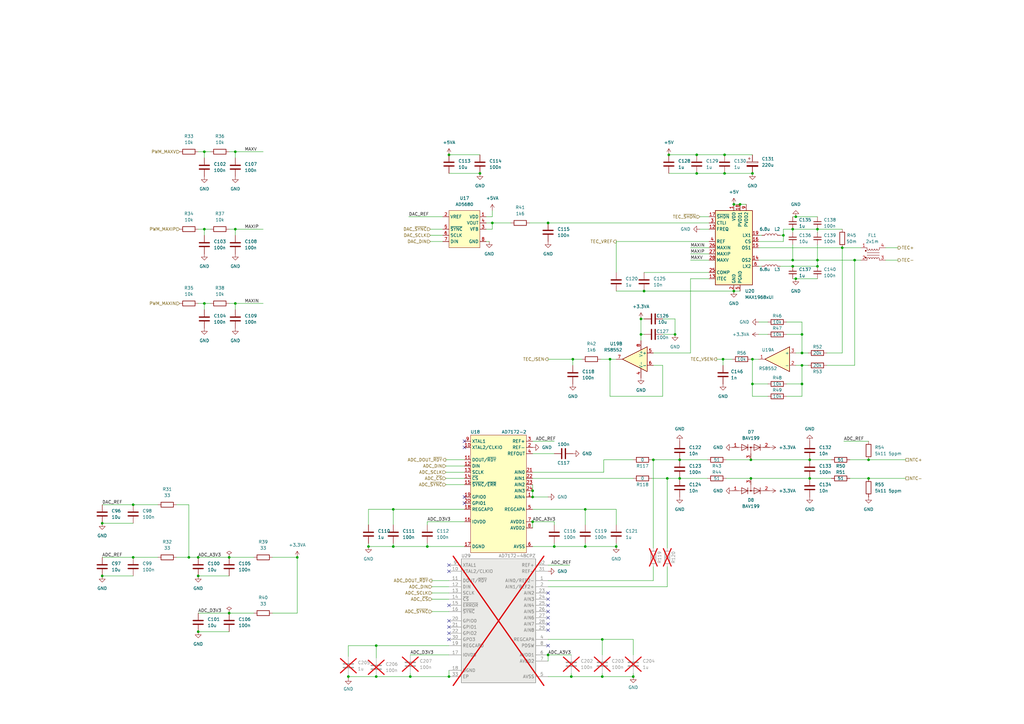
<source format=kicad_sch>
(kicad_sch (version 20230121) (generator eeschema)
  (paper "A3")
  (title_block (title "Kirdy") (date "2022-07-03") (rev "r0.1") (company "M-Labs") (comment 1 "Alex Wong Tat Hang"))
  (junction (at 300.99 119.38))
  (junction (at 267.97 188.595))
  (junction (at 350.52 106.68))
  (junction (at 297.18 63.5))
  (junction (at 274.32 63.5))
  (junction (at 300.99 83.82))
  (junction (at 201.93 91.44))
  (junction (at 252.73 224.155))
  (junction (at 96.52 62.23))
  (junction (at 161.29 208.915))
  (junction (at 325.12 106.68))
  (junction (at 234.95 147.32))
  (junction (at 83.82 62.23))
  (junction (at 41.91 214.63))
  (junction (at 81.28 259.08))
  (junction (at 121.92 228.6))
  (junction (at 218.44 213.995))
  (junction (at 154.305 277.495))
  (junction (at 328.93 149.86))
  (junction (at 356.235 188.595))
  (junction (at 296.545 147.32))
  (junction (at 218.44 203.835))
  (junction (at 184.15 277.495))
  (junction (at 161.29 224.155))
  (junction (at 234.315 277.495))
  (junction (at 308.61 71.12))
  (junction (at 247.015 262.255))
  (junction (at 93.98 251.46))
  (junction (at 325.12 93.98))
  (junction (at 224.79 91.44))
  (junction (at 262.89 137.16))
  (junction (at 285.75 71.12))
  (junction (at 308.61 157.48))
  (junction (at 259.715 277.495))
  (junction (at 326.39 114.3))
  (junction (at 250.19 147.32))
  (junction (at 83.82 93.98))
  (junction (at 81.28 228.6))
  (junction (at 83.82 124.46))
  (junction (at 175.26 224.155))
  (junction (at 278.765 188.595))
  (junction (at 81.28 236.22))
  (junction (at 321.31 96.52))
  (junction (at 93.98 228.6))
  (junction (at 54.61 228.6))
  (junction (at 218.44 201.295))
  (junction (at 168.275 277.495))
  (junction (at 184.15 63.5))
  (junction (at 240.03 224.155))
  (junction (at 335.28 109.22))
  (junction (at 345.44 101.6))
  (junction (at 273.685 196.215))
  (junction (at 278.765 196.215))
  (junction (at 328.93 137.16))
  (junction (at 96.52 93.98))
  (junction (at 227.33 224.155))
  (junction (at 154.305 264.795))
  (junction (at 96.52 124.46))
  (junction (at 303.53 83.82))
  (junction (at 41.91 236.22))
  (junction (at 332.105 188.595))
  (junction (at 328.93 157.48))
  (junction (at 307.975 188.595))
  (junction (at 325.12 109.22))
  (junction (at 196.85 71.12))
  (junction (at 356.235 196.215))
  (junction (at 262.89 130.81))
  (junction (at 240.03 208.915))
  (junction (at 307.975 196.215))
  (junction (at 328.93 144.78))
  (junction (at 151.13 224.155))
  (junction (at 264.16 119.38))
  (junction (at 77.47 228.6))
  (junction (at 335.28 93.98))
  (junction (at 276.86 137.16))
  (junction (at 142.875 277.495))
  (junction (at 308.61 147.32))
  (junction (at 285.75 63.5))
  (junction (at 297.18 71.12))
  (junction (at 335.28 106.68))
  (junction (at 332.105 196.215))
  (junction (at 224.79 268.605))
  (junction (at 54.61 207.01))
  (junction (at 326.39 88.9))
  (junction (at 247.015 277.495))
  (no_connect (at 190.5 180.975))
  (no_connect (at 184.15 248.285))
  (no_connect (at 190.5 183.515))
  (no_connect (at 190.5 203.835))
  (no_connect (at 190.5 206.375))
  (no_connect (at 224.79 243.205))
  (no_connect (at 224.79 250.825))
  (no_connect (at 184.15 234.315))
  (no_connect (at 184.15 231.775))
  (no_connect (at 224.79 264.795))
  (no_connect (at 184.15 262.255))
  (no_connect (at 224.79 255.905))
  (no_connect (at 184.15 257.175))
  (no_connect (at 184.15 259.715))
  (no_connect (at 224.79 248.285))
  (no_connect (at 224.79 253.365))
  (no_connect (at 184.15 254.635))
  (no_connect (at 224.79 258.445))
  (no_connect (at 224.79 245.745))
  (wire (pts (xy 320.04 96.52) (xy 321.31 96.52)))
  (wire (pts (xy 274.32 63.5) (xy 285.75 63.5)))
  (wire (pts (xy 328.93 144.78) (xy 331.47 144.78)))
  (wire (pts (xy 218.44 201.295) (xy 218.44 203.835)))
  (wire (pts (xy 218.44 213.995) (xy 227.33 213.995)))
  (wire (pts (xy 224.79 147.32) (xy 234.95 147.32)))
  (wire (pts (xy 308.61 147.32) (xy 311.15 147.32)))
  (wire (pts (xy 41.91 236.22) (xy 54.61 236.22)))
  (wire (pts (xy 252.73 111.76) (xy 252.73 99.06)))
  (wire (pts (xy 142.875 277.495) (xy 142.875 278.13)))
  (wire (pts (xy 182.88 198.755) (xy 190.5 198.755)))
  (wire (pts (xy 41.91 207.01) (xy 54.61 207.01)))
  (wire (pts (xy 328.93 149.86) (xy 331.47 149.86)))
  (wire (pts (xy 182.88 191.135) (xy 190.5 191.135)))
  (wire (pts (xy 175.26 213.995) (xy 190.5 213.995)))
  (wire (pts (xy 252.73 119.38) (xy 264.16 119.38)))
  (wire (pts (xy 224.79 268.605) (xy 224.79 271.145)))
  (wire (pts (xy 252.73 208.915) (xy 252.73 215.265)))
  (wire (pts (xy 278.765 196.215) (xy 290.195 196.215)))
  (wire (pts (xy 151.13 215.265) (xy 151.13 208.915)))
  (wire (pts (xy 111.76 228.6) (xy 121.92 228.6)))
  (wire (pts (xy 93.98 251.46) (xy 104.14 251.46)))
  (wire (pts (xy 311.15 132.08) (xy 314.96 132.08)))
  (wire (pts (xy 278.765 188.595) (xy 290.195 188.595)))
  (wire (pts (xy 199.39 93.98) (xy 201.93 93.98)))
  (wire (pts (xy 325.12 106.68) (xy 335.28 106.68)))
  (wire (pts (xy 297.18 63.5) (xy 308.61 63.5)))
  (wire (pts (xy 250.19 147.32) (xy 252.73 147.32)))
  (wire (pts (xy 285.75 71.12) (xy 297.18 71.12)))
  (wire (pts (xy 296.545 147.32) (xy 300.355 147.32)))
  (wire (pts (xy 332.105 188.595) (xy 340.995 188.595)))
  (wire (pts (xy 264.16 119.38) (xy 300.99 119.38)))
  (wire (pts (xy 176.53 99.06) (xy 181.61 99.06)))
  (wire (pts (xy 322.58 157.48) (xy 328.93 157.48)))
  (wire (pts (xy 177.165 245.745) (xy 184.15 245.745)))
  (wire (pts (xy 227.33 213.995) (xy 227.33 215.265)))
  (wire (pts (xy 83.82 93.98) (xy 86.36 93.98)))
  (wire (pts (xy 339.09 144.78) (xy 345.44 144.78)))
  (wire (pts (xy 271.78 162.56) (xy 271.78 149.86)))
  (wire (pts (xy 184.15 63.5) (xy 196.85 63.5)))
  (wire (pts (xy 218.44 208.915) (xy 240.03 208.915)))
  (wire (pts (xy 218.44 213.995) (xy 218.44 216.535)))
  (wire (pts (xy 151.13 208.915) (xy 161.29 208.915)))
  (wire (pts (xy 151.13 224.155) (xy 161.29 224.155)))
  (wire (pts (xy 247.015 277.495) (xy 259.715 277.495)))
  (wire (pts (xy 321.31 93.98) (xy 325.12 93.98)))
  (wire (pts (xy 350.52 106.68) (xy 350.52 149.86)))
  (wire (pts (xy 199.39 99.06) (xy 200.66 99.06)))
  (wire (pts (xy 142.875 277.495) (xy 154.305 277.495)))
  (wire (pts (xy 96.52 124.46) (xy 96.52 127)))
  (wire (pts (xy 154.305 264.795) (xy 154.305 269.875)))
  (wire (pts (xy 325.12 109.22) (xy 335.28 109.22)))
  (wire (pts (xy 287.02 88.9) (xy 290.83 88.9)))
  (wire (pts (xy 283.21 101.6) (xy 290.83 101.6)))
  (wire (pts (xy 363.22 101.6) (xy 368.3 101.6)))
  (wire (pts (xy 176.53 96.52) (xy 181.61 96.52)))
  (wire (pts (xy 271.78 149.86) (xy 267.97 149.86)))
  (wire (pts (xy 182.88 188.595) (xy 190.5 188.595)))
  (wire (pts (xy 262.89 137.16) (xy 262.89 139.7)))
  (wire (pts (xy 345.44 101.6) (xy 345.44 144.78)))
  (wire (pts (xy 326.39 144.78) (xy 328.93 144.78)))
  (wire (pts (xy 283.21 144.78) (xy 267.97 144.78)))
  (wire (pts (xy 247.65 193.675) (xy 247.65 188.595)))
  (wire (pts (xy 184.15 71.12) (xy 196.85 71.12)))
  (wire (pts (xy 311.15 101.6) (xy 345.44 101.6)))
  (wire (pts (xy 234.95 149.86) (xy 234.95 147.32)))
  (wire (pts (xy 96.52 124.46) (xy 107.95 124.46)))
  (wire (pts (xy 240.03 208.915) (xy 252.73 208.915)))
  (wire (pts (xy 234.315 276.225) (xy 234.315 277.495)))
  (wire (pts (xy 267.97 232.41) (xy 267.97 238.125)))
  (wire (pts (xy 348.615 188.595) (xy 356.235 188.595)))
  (wire (pts (xy 335.28 106.68) (xy 350.52 106.68)))
  (wire (pts (xy 182.88 193.675) (xy 190.5 193.675)))
  (wire (pts (xy 325.12 95.25) (xy 325.12 93.98)))
  (wire (pts (xy 154.305 264.795) (xy 184.15 264.795)))
  (wire (pts (xy 348.615 196.215) (xy 356.235 196.215)))
  (wire (pts (xy 199.39 88.9) (xy 201.93 88.9)))
  (wire (pts (xy 335.28 100.33) (xy 335.28 106.68)))
  (wire (pts (xy 224.79 277.495) (xy 234.315 277.495)))
  (wire (pts (xy 93.98 93.98) (xy 96.52 93.98)))
  (wire (pts (xy 264.16 130.81) (xy 262.89 130.81)))
  (wire (pts (xy 325.12 88.9) (xy 326.39 88.9)))
  (wire (pts (xy 250.19 162.56) (xy 271.78 162.56)))
  (wire (pts (xy 322.58 132.08) (xy 328.93 132.08)))
  (wire (pts (xy 273.685 232.41) (xy 273.685 240.665)))
  (wire (pts (xy 83.82 62.23) (xy 83.82 64.77)))
  (wire (pts (xy 161.29 222.885) (xy 161.29 224.155)))
  (wire (pts (xy 81.28 259.08) (xy 93.98 259.08)))
  (wire (pts (xy 307.975 196.215) (xy 332.105 196.215)))
  (wire (pts (xy 264.16 111.76) (xy 290.83 111.76)))
  (wire (pts (xy 247.015 262.255) (xy 259.715 262.255)))
  (wire (pts (xy 167.64 88.9) (xy 181.61 88.9)))
  (wire (pts (xy 246.38 147.32) (xy 250.19 147.32)))
  (wire (pts (xy 247.015 276.225) (xy 247.015 277.495)))
  (wire (pts (xy 267.97 188.595) (xy 267.97 224.79)))
  (wire (pts (xy 54.61 228.6) (xy 64.77 228.6)))
  (wire (pts (xy 240.03 222.885) (xy 240.03 224.155)))
  (wire (pts (xy 177.165 240.665) (xy 184.15 240.665)))
  (wire (pts (xy 201.93 88.9) (xy 201.93 86.36)))
  (wire (pts (xy 311.15 106.68) (xy 325.12 106.68)))
  (wire (pts (xy 325.12 100.33) (xy 325.12 106.68)))
  (wire (pts (xy 234.95 147.32) (xy 238.76 147.32)))
  (wire (pts (xy 41.91 228.6) (xy 54.61 228.6)))
  (wire (pts (xy 177.165 250.825) (xy 184.15 250.825)))
  (wire (pts (xy 247.65 188.595) (xy 259.715 188.595)))
  (wire (pts (xy 83.82 124.46) (xy 83.82 127)))
  (wire (pts (xy 328.93 137.16) (xy 328.93 144.78)))
  (wire (pts (xy 175.26 224.155) (xy 190.5 224.155)))
  (wire (pts (xy 168.275 268.605) (xy 184.15 268.605)))
  (wire (pts (xy 177.165 243.205) (xy 184.15 243.205)))
  (wire (pts (xy 93.98 228.6) (xy 104.14 228.6)))
  (wire (pts (xy 218.44 186.055) (xy 227.33 186.055)))
  (wire (pts (xy 247.015 262.255) (xy 247.015 268.605)))
  (wire (pts (xy 311.15 99.06) (xy 321.31 99.06)))
  (wire (pts (xy 267.97 188.595) (xy 278.765 188.595)))
  (wire (pts (xy 297.815 196.215) (xy 307.975 196.215)))
  (wire (pts (xy 142.875 264.795) (xy 142.875 269.24)))
  (wire (pts (xy 96.52 93.98) (xy 96.52 96.52)))
  (wire (pts (xy 311.15 137.16) (xy 314.96 137.16)))
  (wire (pts (xy 326.39 149.86) (xy 328.93 149.86)))
  (wire (pts (xy 308.61 157.48) (xy 308.61 162.56)))
  (wire (pts (xy 54.61 207.01) (xy 64.77 207.01)))
  (wire (pts (xy 72.39 207.01) (xy 77.47 207.01)))
  (wire (pts (xy 326.39 114.3) (xy 335.28 114.3)))
  (wire (pts (xy 325.12 114.3) (xy 326.39 114.3)))
  (wire (pts (xy 77.47 207.01) (xy 77.47 228.6)))
  (wire (pts (xy 218.44 203.835) (xy 224.79 203.835)))
  (wire (pts (xy 273.685 240.665) (xy 224.79 240.665)))
  (wire (pts (xy 154.305 277.495) (xy 168.275 277.495)))
  (wire (pts (xy 247.65 193.675) (xy 218.44 193.675)))
  (wire (pts (xy 252.73 222.885) (xy 252.73 224.155)))
  (wire (pts (xy 199.39 91.44) (xy 201.93 91.44)))
  (wire (pts (xy 328.93 162.56) (xy 328.93 157.48)))
  (wire (pts (xy 111.76 251.46) (xy 121.92 251.46)))
  (wire (pts (xy 83.82 93.98) (xy 83.82 96.52)))
  (wire (pts (xy 93.98 62.23) (xy 96.52 62.23)))
  (wire (pts (xy 224.79 91.44) (xy 290.83 91.44)))
  (wire (pts (xy 287.02 93.98) (xy 290.83 93.98)))
  (wire (pts (xy 322.58 137.16) (xy 328.93 137.16)))
  (wire (pts (xy 81.28 236.22) (xy 93.98 236.22)))
  (wire (pts (xy 177.165 238.125) (xy 184.15 238.125)))
  (wire (pts (xy 184.15 274.955) (xy 184.15 277.495)))
  (wire (pts (xy 276.86 130.81) (xy 276.86 137.16)))
  (wire (pts (xy 201.93 93.98) (xy 201.93 91.44)))
  (wire (pts (xy 218.44 180.975) (xy 227.33 180.975)))
  (wire (pts (xy 322.58 162.56) (xy 328.93 162.56)))
  (wire (pts (xy 328.93 132.08) (xy 328.93 137.16)))
  (wire (pts (xy 41.91 214.63) (xy 54.61 214.63)))
  (wire (pts (xy 176.53 93.98) (xy 181.61 93.98)))
  (wire (pts (xy 81.28 93.98) (xy 83.82 93.98)))
  (wire (pts (xy 81.28 228.6) (xy 93.98 228.6)))
  (wire (pts (xy 273.685 196.215) (xy 273.685 224.79)))
  (wire (pts (xy 273.685 196.215) (xy 278.765 196.215)))
  (wire (pts (xy 335.28 95.25) (xy 335.28 93.98)))
  (wire (pts (xy 96.52 62.23) (xy 107.95 62.23)))
  (wire (pts (xy 321.31 99.06) (xy 321.31 96.52)))
  (wire (pts (xy 175.26 222.885) (xy 175.26 224.155)))
  (wire (pts (xy 218.44 198.755) (xy 218.44 201.295)))
  (wire (pts (xy 77.47 228.6) (xy 81.28 228.6)))
  (wire (pts (xy 346.075 180.975) (xy 356.235 180.975)))
  (wire (pts (xy 121.92 251.46) (xy 121.92 228.6)))
  (wire (pts (xy 224.79 268.605) (xy 234.315 268.605)))
  (wire (pts (xy 224.79 262.255) (xy 247.015 262.255)))
  (wire (pts (xy 218.44 196.215) (xy 259.715 196.215)))
  (wire (pts (xy 271.78 137.16) (xy 276.86 137.16)))
  (wire (pts (xy 311.15 96.52) (xy 312.42 96.52)))
  (wire (pts (xy 283.21 114.3) (xy 290.83 114.3)))
  (wire (pts (xy 96.52 93.98) (xy 107.95 93.98)))
  (wire (pts (xy 81.28 62.23) (xy 83.82 62.23)))
  (wire (pts (xy 240.03 208.915) (xy 240.03 215.265)))
  (wire (pts (xy 264.16 137.16) (xy 262.89 137.16)))
  (wire (pts (xy 321.31 96.52) (xy 321.31 93.98)))
  (wire (pts (xy 335.28 106.68) (xy 335.28 109.22)))
  (wire (pts (xy 217.17 91.44) (xy 224.79 91.44)))
  (wire (pts (xy 332.105 196.215) (xy 340.995 196.215)))
  (wire (pts (xy 335.28 93.98) (xy 345.44 93.98)))
  (wire (pts (xy 274.32 71.12) (xy 285.75 71.12)))
  (wire (pts (xy 267.335 188.595) (xy 267.97 188.595)))
  (wire (pts (xy 262.89 130.81) (xy 262.89 137.16)))
  (wire (pts (xy 168.275 277.495) (xy 184.15 277.495)))
  (wire (pts (xy 250.19 147.32) (xy 250.19 162.56)))
  (wire (pts (xy 356.235 196.215) (xy 371.475 196.215)))
  (wire (pts (xy 285.75 63.5) (xy 297.18 63.5)))
  (wire (pts (xy 182.88 196.215) (xy 190.5 196.215)))
  (wire (pts (xy 307.975 188.595) (xy 332.105 188.595)))
  (wire (pts (xy 168.275 277.495) (xy 168.275 276.225)))
  (wire (pts (xy 81.28 124.46) (xy 83.82 124.46)))
  (wire (pts (xy 300.99 83.82) (xy 303.53 83.82)))
  (wire (pts (xy 83.82 124.46) (xy 86.36 124.46)))
  (wire (pts (xy 350.52 106.68) (xy 353.06 106.68)))
  (wire (pts (xy 297.815 188.595) (xy 307.975 188.595)))
  (wire (pts (xy 283.21 114.3) (xy 283.21 144.78)))
  (wire (pts (xy 81.28 251.46) (xy 93.98 251.46)))
  (wire (pts (xy 294.005 147.32) (xy 296.545 147.32)))
  (wire (pts (xy 96.52 62.23) (xy 96.52 64.77)))
  (wire (pts (xy 345.44 101.6) (xy 353.06 101.6)))
  (wire (pts (xy 252.73 99.06) (xy 290.83 99.06)))
  (wire (pts (xy 363.22 106.68) (xy 368.3 106.68)))
  (wire (pts (xy 328.93 157.48) (xy 328.93 149.86)))
  (wire (pts (xy 314.96 157.48) (xy 308.61 157.48)))
  (wire (pts (xy 93.98 124.46) (xy 96.52 124.46)))
  (wire (pts (xy 259.715 276.225) (xy 259.715 277.495)))
  (wire (pts (xy 267.97 238.125) (xy 224.79 238.125)))
  (wire (pts (xy 227.33 222.885) (xy 227.33 224.155)))
  (wire (pts (xy 218.44 224.155) (xy 227.33 224.155)))
  (wire (pts (xy 300.99 119.38) (xy 303.53 119.38)))
  (wire (pts (xy 307.975 147.32) (xy 308.61 147.32)))
  (wire (pts (xy 72.39 228.6) (xy 77.47 228.6)))
  (wire (pts (xy 296.545 149.86) (xy 296.545 147.32)))
  (wire (pts (xy 161.29 224.155) (xy 175.26 224.155)))
  (wire (pts (xy 308.61 157.48) (xy 308.61 147.32)))
  (wire (pts (xy 303.53 83.82) (xy 306.07 83.82)))
  (wire (pts (xy 271.78 130.81) (xy 276.86 130.81)))
  (wire (pts (xy 224.79 231.775) (xy 233.68 231.775)))
  (wire (pts (xy 201.93 91.44) (xy 209.55 91.44)))
  (wire (pts (xy 308.61 162.56) (xy 314.96 162.56)))
  (wire (pts (xy 83.82 62.23) (xy 86.36 62.23)))
  (wire (pts (xy 356.235 188.595) (xy 371.475 188.595)))
  (wire (pts (xy 161.29 208.915) (xy 161.29 215.265)))
  (wire (pts (xy 326.39 88.9) (xy 335.28 88.9)))
  (wire (pts (xy 234.315 277.495) (xy 247.015 277.495)))
  (wire (pts (xy 311.15 109.22) (xy 312.42 109.22)))
  (wire (pts (xy 227.33 224.155) (xy 240.03 224.155)))
  (wire (pts (xy 320.04 109.22) (xy 325.12 109.22)))
  (wire (pts (xy 339.09 149.86) (xy 350.52 149.86)))
  (wire (pts (xy 297.18 71.12) (xy 308.61 71.12)))
  (wire (pts (xy 267.335 196.215) (xy 273.685 196.215)))
  (wire (pts (xy 161.29 208.915) (xy 190.5 208.915)))
  (wire (pts (xy 283.21 104.14) (xy 290.83 104.14)))
  (wire (pts (xy 283.21 106.68) (xy 290.83 106.68)))
  (wire (pts (xy 240.03 224.155) (xy 252.73 224.155)))
  (wire (pts (xy 142.875 276.86) (xy 142.875 277.495)))
  (wire (pts (xy 151.13 222.885) (xy 151.13 224.155)))
  (wire (pts (xy 154.305 264.795) (xy 142.875 264.795)))
  (wire (pts (xy 259.715 262.255) (xy 259.715 268.605)))
  (wire (pts (xy 325.12 93.98) (xy 335.28 93.98)))
  (wire (pts (xy 175.26 213.995) (xy 175.26 215.265)))
  (label "DAC_REF" (at 167.64 88.9 0))
  (label "ADC_D3V3" (at 175.26 213.995 0))
  (label "MAXV" (at 100.33 62.23 0))
  (label "MAXIN" (at 100.33 124.46 0))
  (label "ADC_REF" (at 41.91 228.6 0))
  (label "MAXIN" (at 283.21 101.6 0))
  (label "ADC_A3V3" (at 81.28 228.6 0))
  (label "MAXV" (at 283.21 106.68 0))
  (label "DAC_REF" (at 41.91 207.01 0))
  (label "MAXIP" (at 100.33 93.98 0))
  (label "ADC_REF" (at 346.075 180.975 0))
  (label "ADC_D3V3" (at 81.28 251.46 0))
  (label "ADC_REF" (at 219.71 180.975 0))
  (label "ADC_A3V3" (at 218.44 213.995 0))
  (label "ADC_A3V3" (at 224.79 268.605 0))
  (label "MAXIP" (at 283.21 104.14 0))
  (label "ADC_D3V3" (at 168.275 268.605 0))
  (label "ADC_REF" (at 226.06 231.775 0))
  (hierarchical_label "ADC_DOUT_~{RDY}" (shape output) (at 182.88 188.595 180))
  (hierarchical_label "TEC+" (shape output) (at 368.3 101.6 0))
  (hierarchical_label "PWM_MAXIP" (shape input) (at 73.66 93.98 180))
  (hierarchical_label "DAC_DIN" (shape input) (at 176.53 99.06 180))
  (hierarchical_label "PWM_MAXIN" (shape input) (at 73.66 124.46 180))
  (hierarchical_label "TEC_VREF" (shape output) (at 252.73 99.06 180))
  (hierarchical_label "ADC_~{SYNC}" (shape input) (at 177.165 250.825 180))
  (hierarchical_label "TEC_~{SHDN}" (shape input) (at 287.02 88.9 180))
  (hierarchical_label "DAC_SCLK" (shape input) (at 176.53 96.52 180))
  (hierarchical_label "ADC_~{CS}" (shape input) (at 177.165 245.745 180))
  (hierarchical_label "TEC_ISEN" (shape output) (at 224.79 147.32 180))
  (hierarchical_label "ADC_~{CS}" (shape input) (at 182.88 196.215 180))
  (hierarchical_label "NTC-" (shape passive) (at 371.475 196.215 0))
  (hierarchical_label "ADC_DIN" (shape input) (at 182.88 191.135 180))
  (hierarchical_label "NTC+" (shape passive) (at 371.475 188.595 0))
  (hierarchical_label "TEC-" (shape output) (at 368.3 106.68 0))
  (hierarchical_label "PWM_MAXV" (shape input) (at 73.66 62.23 180))
  (hierarchical_label "ADC_SCLK" (shape input) (at 182.88 193.675 180))
  (hierarchical_label "ADC_DIN" (shape input) (at 177.165 240.665 180))
  (hierarchical_label "TEC_VSEN" (shape output) (at 294.005 147.32 180))
  (hierarchical_label "ADC_~{SYNC}" (shape input) (at 182.88 198.755 180))
  (hierarchical_label "ADC_DOUT_~{RDY}" (shape output) (at 177.165 238.125 180))
  (hierarchical_label "DAC_~{SYNC}" (shape input) (at 176.53 93.98 180))
  (hierarchical_label "ADC_SCLK" (shape input) (at 177.165 243.205 180))
  (symbol (lib_id "power:GND") (at 81.28 236.22 0) (unit 1)
    (property "Reference" "#PWR084" (effects hide))
    (property "Value" "GND" (at 81.28 241.3 0))
  )
  (symbol (lib_id "Device:R") (at 273.685 228.6 180) (unit 1) (dnp yes)
    (property "Reference" "R120" (at 276.225 228.6 90))
    (property "Value" "0" (at 273.685 228.6 90))
    (property "Footprint" "Resistor_SMD:R_0603_1608Metric" (effects hide))
    (property "MFR_PN_ALT" "RMCF0603FT51R0" (effects hide))
  )
  (symbol (lib_id "Device:C") (at 240.03 219.075 0) (unit 1)
    (property "Reference" "C119" (at 243.84 217.8049 0) (effects (justify left)))
    (property "Value" "100n" (at 243.84 220.3449 0) (effects (justify left)))
    (property "Footprint" "Capacitor_SMD:C_0603_1608Metric" (effects hide))
    (property "MFR_PN" "CL10B104KB8NNWC" (effects hide))
    (property "MFR_PN_ALT" "CL10B104KB8NNNL" (effects hide))
  )
  (symbol (lib_id "Device:C") (at 175.26 219.075 0) (unit 1)
    (property "Reference" "C112" (at 179.07 217.8049 0) (effects (justify left)))
    (property "Value" "100n" (at 179.07 220.3449 0) (effects (justify left)))
    (property "Footprint" "Capacitor_SMD:C_0603_1608Metric" (effects hide))
    (property "MFR_PN" "CL10B104KB8NNWC" (effects hide))
    (property "MFR_PN_ALT" "CL10B104KB8NNNL" (effects hide))
  )
  (symbol (lib_id "kirdy:AD5680") (at 190.5 101.6 0) (unit 1)
    (property "Reference" "U17" (at 190.5 81.28 0))
    (property "Value" "AD5680" (at 190.5 83.82 0))
    (property "Footprint" "Package_TO_SOT_SMD:SOT-23-8" (effects hide))
    (property "Datasheet" "https://www.analog.com/media/en/technical-documentation/data-sheets/ad5680.pdf" (effects hide))
    (property "MFR_PN" "AD5680BRJZ" (effects hide))
  )
  (symbol (lib_id "power:GND") (at 41.91 236.22 0) (unit 1)
    (property "Reference" "#PWR083" (effects hide))
    (property "Value" "GND" (at 41.91 241.3 0))
  )
  (symbol (lib_id "power:GND") (at 200.66 99.06 0) (unit 1)
    (property "Reference" "#PWR096" (effects hide))
    (property "Value" "GND" (at 200.66 104.14 0))
  )
  (symbol (lib_id "Device:C") (at 81.28 255.27 0) (unit 1)
    (property "Reference" "C101" (at 85.09 253.9999 0) (effects (justify left)))
    (property "Value" "10u" (at 85.09 256.5399 0) (effects (justify left)))
    (property "Footprint" "Capacitor_SMD:C_0805_2012Metric" (effects hide))
    (property "MFR_PN" "CL21B106KOQNNNG" (effects hide))
    (property "MFR_PN_ALT" "CL21B106KOQNNNE" (effects hide))
  )
  (symbol (lib_id "Device:R") (at 345.44 97.79 180) (unit 1)
    (property "Reference" "R45" (at 349.25 96.52 0))
    (property "Value" "50m" (at 349.25 99.06 0))
    (property "Footprint" "Resistor_SMD:R_2010_5025Metric" (effects hide))
    (property "MFR_PN" "WSL2010R5000FEA18" (effects hide))
    (property "MFR_PN_ALT" "WSLT2010R5000FEA18" (effects hide))
  )
  (symbol (lib_id "Device:C") (at 154.305 273.685 0) (unit 1) (dnp yes)
    (property "Reference" "C206" (at 158.115 272.4149 0) (effects (justify left)))
    (property "Value" "100n" (at 158.115 274.9549 0) (effects (justify left)))
    (property "Footprint" "Capacitor_SMD:C_0603_1608Metric" (effects hide))
    (property "MFR_PN" "CL10B104KB8NNWC" (effects hide))
    (property "MFR_PN_ALT" "CL10B104KB8NNNL" (effects hide))
  )
  (symbol (lib_id "Device:C") (at 252.73 219.075 0) (unit 1)
    (property "Reference" "C121" (at 256.54 217.8049 0) (effects (justify left)))
    (property "Value" "1u" (at 256.54 220.3449 0) (effects (justify left)))
    (property "Footprint" "Capacitor_SMD:C_0603_1608Metric" (effects hide))
    (property "MFR_PN" "CL10B105KA8NNNC" (effects hide))
    (property "MFR_PN_ALT" "CGA3E1X7R1E105K080AC" (effects hide))
  )
  (symbol (lib_id "power:+3.3VA") (at 121.92 228.6 0) (unit 1)
    (property "Reference" "#PWR092" (effects hide))
    (property "Value" "+3.3VA" (at 121.92 223.52 0))
  )
  (symbol (lib_id "power:+5V") (at 274.32 63.5 0) (unit 1)
    (property "Reference" "#PWR0108" (effects hide))
    (property "Value" "+5V" (at 274.32 58.42 0))
  )
  (symbol (lib_id "Device:R") (at 107.95 251.46 90) (unit 1)
    (property "Reference" "R40" (at 107.95 245.11 90))
    (property "Value" "33" (at 107.95 247.65 90))
    (property "Footprint" "Resistor_SMD:R_0603_1608Metric" (effects hide))
    (property "MFR_PN" "RC0603FR-0733RL" (effects hide))
    (property "MFR_PN_ALT" "CRGCQ0603F33R" (effects hide))
  )
  (symbol (lib_id "Device:Filter_EMI_LL_1423") (at 358.14 104.14 0) (mirror x) (unit 1)
    (property "Reference" "FL1" (at 357.759 96.52 0))
    (property "Value" "2x1m" (at 357.759 99.06 0))
    (property "Footprint" "Inductor_SMD:L_CommonModeChoke_Wuerth_WE-SL5" (effects hide))
    (property "MFR_PN" "744273501" (effects hide))
  )
  (symbol (lib_id "Device:R") (at 318.77 132.08 90) (unit 1)
    (property "Reference" "R46" (at 318.77 129.54 90))
    (property "Value" "10k" (at 318.77 132.08 90))
    (property "Footprint" "Resistor_SMD:R_0603_1608Metric" (effects hide))
    (property "MFR_PN" "RNCP0603FTD10K0" (effects hide))
    (property "MFR_PN_ALT" "RMCF0603FT10K0" (effects hide))
  )
  (symbol (lib_id "power:GND") (at 83.82 104.14 0) (unit 1)
    (property "Reference" "#PWR087" (effects hide))
    (property "Value" "GND" (at 83.82 109.22 0))
  )
  (symbol (lib_id "Device:R") (at 90.17 62.23 90) (unit 1)
    (property "Reference" "R36" (at 90.17 55.88 90))
    (property "Value" "10k" (at 90.17 58.42 90))
    (property "Footprint" "Resistor_SMD:R_0603_1608Metric" (effects hide))
    (property "MFR_PN" "RNCP0603FTD10K0" (effects hide))
    (property "MFR_PN_ALT" "RMCF0603FT10K0" (effects hide))
  )
  (symbol (lib_id "Device:C") (at 296.545 153.67 0) (unit 1)
    (property "Reference" "C146" (at 299.72 152.4 0) (effects (justify left)))
    (property "Value" "1n" (at 299.72 154.94 0) (effects (justify left)))
    (property "Footprint" "Capacitor_SMD:C_0603_1608Metric" (effects hide))
    (property "MFR_PN_ALT" "CL10B104KB8NNNL" (effects hide))
  )
  (symbol (lib_id "Device:R") (at 294.005 188.595 90) (unit 1)
    (property "Reference" "R43" (at 294.005 191.135 90))
    (property "Value" "51" (at 294.005 188.595 90))
    (property "Footprint" "Resistor_SMD:R_0603_1608Metric" (effects hide))
    (property "MFR_PN" "ESR03EZPF51R0" (effects hide))
    (property "MFR_PN_ALT" "RMCF0603FT51R0" (effects hide))
  )
  (symbol (lib_id "kirdy:RS8552") (at 260.35 147.32 0) (mirror y) (unit 3)
    (property "Reference" "U19" (effects hide))
    (property "Value" "RS8552" (effects hide))
    (property "Footprint" "Package_SO:SOIC-8_3.9x4.9mm_P1.27mm" (effects hide))
    (property "Datasheet" "https://datasheet.lcsc.com/lcsc/2010160333_Jiangsu-RUNIC-Tech-RS8554XP_C236997.pdf" (effects hide))
    (property "MFR_PN" "RS8552XK" (effects hide))
  )
  (symbol (lib_id "power:GND") (at 308.61 71.12 0) (unit 1)
    (property "Reference" "#PWR0117" (effects hide))
    (property "Value" "GND" (at 308.61 76.2 0))
  )
  (symbol (lib_id "Device:R") (at 344.805 188.595 90) (unit 1)
    (property "Reference" "R50" (at 344.805 191.135 90))
    (property "Value" "51" (at 344.805 188.595 90))
    (property "Footprint" "Resistor_SMD:R_0603_1608Metric" (effects hide))
    (property "MFR_PN" "ESR03EZPF51R0" (effects hide))
    (property "MFR_PN_ALT" "RMCF0603FT51R0" (effects hide))
  )
  (symbol (lib_id "power:GND") (at 311.15 132.08 270) (unit 1)
    (property "Reference" "#PWR0118" (effects hide))
    (property "Value" "GND" (at 307.34 132.0799 90) (effects (justify right)))
  )
  (symbol (lib_id "Device:R") (at 294.005 196.215 90) (unit 1)
    (property "Reference" "R44" (at 294.005 193.675 90))
    (property "Value" "51" (at 294.005 196.215 90))
    (property "Footprint" "Resistor_SMD:R_0603_1608Metric" (effects hide))
    (property "MFR_PN" "ESR03EZPF51R0" (effects hide))
    (property "MFR_PN_ALT" "RMCF0603FT51R0" (effects hide))
  )
  (symbol (lib_id "kirdy:AD7172-2") (at 204.47 205.105 0) (mirror y) (unit 1)
    (property "Reference" "U18" (at 194.945 177.165 0))
    (property "Value" "AD7172-2" (at 210.82 177.165 0))
    (property "Footprint" "Package_SO:TSSOP-24_4.4x7.8mm_P0.65mm" (effects hide))
    (property "Datasheet" "https://www.analog.com/media/en/technical-documentation/data-sheets/ad7172-2.pdf" (effects hide))
    (property "MFR_PN" "AD7172-2BRUZ" (effects hide))
  )
  (symbol (lib_id "Device:C") (at 93.98 232.41 0) (unit 1)
    (property "Reference" "C105" (at 97.79 231.1399 0) (effects (justify left)))
    (property "Value" "100n" (at 97.79 233.6799 0) (effects (justify left)))
    (property "Footprint" "Capacitor_SMD:C_0603_1608Metric" (effects hide))
    (property "MFR_PN" "CL10B104KB8NNWC" (effects hide))
    (property "MFR_PN_ALT" "CL10B104KB8NNNL" (effects hide))
  )
  (symbol (lib_id "power:GND") (at 83.82 134.62 0) (unit 1)
    (property "Reference" "#PWR088" (effects hide))
    (property "Value" "GND" (at 83.82 139.7 0))
  )
  (symbol (lib_id "Device:L") (at 316.23 109.22 90) (unit 1)
    (property "Reference" "L3" (at 318.77 110.49 90))
    (property "Value" "6.8u" (at 313.69 110.49 90))
    (property "Footprint" "Inductor_SMD:L_Wuerth_MAPI-4030" (effects hide))
    (property "MFR_PN" "74438357068" (effects hide))
  )
  (symbol (lib_id "power:GND") (at 234.95 186.055 90) (unit 1)
    (property "Reference" "#PWR0102" (effects hide))
    (property "Value" "GND" (at 238.76 186.0549 90) (effects (justify right)))
  )
  (symbol (lib_id "Device:R") (at 77.47 93.98 90) (unit 1)
    (property "Reference" "R34" (at 77.47 87.63 90))
    (property "Value" "10k" (at 77.47 90.17 90))
    (property "Footprint" "Resistor_SMD:R_0603_1608Metric" (effects hide))
    (property "MFR_PN" "RNCP0603FTD10K0" (effects hide))
    (property "MFR_PN_ALT" "RMCF0603FT10K0" (effects hide))
  )
  (symbol (lib_id "Device:R") (at 344.805 196.215 90) (unit 1)
    (property "Reference" "R51" (at 344.805 193.675 90))
    (property "Value" "51" (at 344.805 196.215 90))
    (property "Footprint" "Resistor_SMD:R_0603_1608Metric" (effects hide))
    (property "MFR_PN" "ESR03EZPF51R0" (effects hide))
    (property "MFR_PN_ALT" "RMCF0603FT51R0" (effects hide))
  )
  (symbol (lib_id "Device:C") (at 41.91 232.41 0) (unit 1)
    (property "Reference" "C97" (at 45.72 231.1399 0) (effects (justify left)))
    (property "Value" "10u" (at 45.72 233.6799 0) (effects (justify left)))
    (property "Footprint" "Capacitor_SMD:C_0805_2012Metric" (effects hide))
    (property "MFR_PN" "CL21B106KOQNNNG" (effects hide))
    (property "MFR_PN_ALT" "CL21B106KOQNNNE" (effects hide))
  )
  (symbol (lib_id "Device:C") (at 278.765 192.405 0) (unit 1)
    (property "Reference" "C123" (at 282.575 191.1349 0) (effects (justify left)))
    (property "Value" "100n" (at 282.575 193.6749 0) (effects (justify left)))
    (property "Footprint" "Capacitor_SMD:C_0603_1608Metric" (effects hide))
    (property "MFR_PN" "CL10B104KB8NNWC" (effects hide))
    (property "MFR_PN_ALT" "CL10B104KB8NNNL" (effects hide))
  )
  (symbol (lib_id "power:GND") (at 96.52 72.39 0) (unit 1)
    (property "Reference" "#PWR089" (effects hide))
    (property "Value" "GND" (at 96.52 77.47 0))
  )
  (symbol (lib_id "Device:C") (at 297.18 67.31 0) (unit 1)
    (property "Reference" "C130" (at 300.99 66.0399 0) (effects (justify left)))
    (property "Value" "1u" (at 300.99 68.5799 0) (effects (justify left)))
    (property "Footprint" "Capacitor_SMD:C_0603_1608Metric" (effects hide))
    (property "MFR_PN" "CL10B105KA8NNNC" (effects hide))
    (property "MFR_PN_ALT" "CGA3E1X7R1E105K080AC" (effects hide))
  )
  (symbol (lib_id "Device:C") (at 285.75 67.31 0) (unit 1)
    (property "Reference" "C129" (at 289.56 66.0399 0) (effects (justify left)))
    (property "Value" "1u" (at 289.56 68.5799 0) (effects (justify left)))
    (property "Footprint" "Capacitor_SMD:C_0603_1608Metric" (effects hide))
    (property "MFR_PN" "CL10B105KA8NNNC" (effects hide))
    (property "MFR_PN_ALT" "CGA3E1X7R1E105K080AC" (effects hide))
  )
  (symbol (lib_id "Device:C") (at 41.91 210.82 0) (unit 1)
    (property "Reference" "C96" (at 45.72 209.5499 0) (effects (justify left)))
    (property "Value" "10u" (at 45.72 212.0899 0) (effects (justify left)))
    (property "Footprint" "Capacitor_SMD:C_0805_2012Metric" (effects hide))
    (property "MFR_PN" "CL21B106KOQNNNG" (effects hide))
    (property "MFR_PN_ALT" "CL21B106KOQNNNE" (effects hide))
  )
  (symbol (lib_id "Device:C") (at 267.97 137.16 90) (unit 1)
    (property "Reference" "C127" (at 271.78 135.89 90))
    (property "Value" "100n" (at 271.78 138.43 90))
    (property "Footprint" "Capacitor_SMD:C_0603_1608Metric" (effects hide))
    (property "MFR_PN" "CL10B104KB8NNWC" (effects hide))
    (property "MFR_PN_ALT" "CL10B104KB8NNNL" (effects hide))
  )
  (symbol (lib_id "Device:C_Small") (at 325.12 97.79 0) (unit 1)
    (property "Reference" "C136" (at 327.66 96.5262 0) (effects (justify left)))
    (property "Value" "10u" (at 327.66 99.0662 0) (effects (justify left)))
    (property "Footprint" "Capacitor_SMD:C_0805_2012Metric" (effects hide))
    (property "MFR_PN" "CL21B106KOQNNNG" (effects hide))
    (property "MFR_PN_ALT" "CL21B106KOQNNNE" (effects hide))
  )
  (symbol (lib_id "power:GND") (at 224.79 203.835 90) (unit 1)
    (property "Reference" "#PWR0100" (effects hide))
    (property "Value" "GND" (at 228.6 203.8349 90) (effects (justify right)))
  )
  (symbol (lib_id "Device:C") (at 96.52 130.81 0) (unit 1)
    (property "Reference" "C109" (at 100.33 129.5399 0) (effects (justify left)))
    (property "Value" "100n" (at 100.33 132.0799 0) (effects (justify left)))
    (property "Footprint" "Capacitor_SMD:C_0603_1608Metric" (effects hide))
    (property "MFR_PN" "CL10B104KB8NNWC" (effects hide))
    (property "MFR_PN_ALT" "CL10B104KB8NNNL" (effects hide))
  )
  (symbol (lib_id "Device:R") (at 242.57 147.32 90) (unit 1)
    (property "Reference" "R42" (at 242.57 140.97 90))
    (property "Value" "1k6" (at 242.57 143.51 90))
    (property "Footprint" "Resistor_SMD:R_0603_1608Metric" (effects hide))
    (property "MFR_PN" "RT0603FRE071K6L" (effects hide))
    (property "MFR_PN_ALT" "RMCF0603FT1K60" (effects hide))
  )
  (symbol (lib_id "Device:R") (at 90.17 93.98 90) (unit 1)
    (property "Reference" "R37" (at 90.17 87.63 90))
    (property "Value" "10k" (at 90.17 90.17 90))
    (property "Footprint" "Resistor_SMD:R_0603_1608Metric" (effects hide))
    (property "MFR_PN" "RNCP0603FTD10K0" (effects hide))
    (property "MFR_PN_ALT" "RMCF0603FT10K0" (effects hide))
  )
  (symbol (lib_id "Device:R") (at 356.235 184.785 0) (unit 1)
    (property "Reference" "R54" (at 358.775 183.5149 0) (effects (justify left)))
    (property "Value" "5k11 5ppm" (at 358.775 186.0549 0) (effects (justify left)))
    (property "Footprint" "Resistor_SMD:R_0603_1608Metric" (effects hide))
    (property "MFR_PN" "RN73H1JTTD5111A05" (effects hide))
    (property "MFR_PN_ALT" "TNPU06035K11BZEN00" (effects hide))
  )
  (symbol (lib_id "power:GND") (at 142.875 278.13 0) (unit 1)
    (property "Reference" "#PWR036" (effects hide))
    (property "Value" "GND" (at 142.875 282.575 0))
  )
  (symbol (lib_id "power:GND") (at 224.79 99.06 0) (unit 1)
    (property "Reference" "#PWR099" (effects hide))
    (property "Value" "GND" (at 224.79 104.14 0))
  )
  (symbol (lib_id "Device:C") (at 168.275 272.415 0) (unit 1) (dnp yes)
    (property "Reference" "C207" (at 172.085 271.1449 0) (effects (justify left)))
    (property "Value" "100n" (at 172.085 273.6849 0) (effects (justify left)))
    (property "Footprint" "Capacitor_SMD:C_0603_1608Metric" (effects hide))
    (property "MFR_PN" "CL10B104KB8NNWC" (effects hide))
    (property "MFR_PN_ALT" "CL10B104KB8NNNL" (effects hide))
  )
  (symbol (lib_id "Device:C") (at 332.105 200.025 0) (unit 1)
    (property "Reference" "C134" (at 335.915 198.7549 0) (effects (justify left)))
    (property "Value" "10n" (at 335.915 201.2949 0) (effects (justify left)))
    (property "Footprint" "Capacitor_SMD:C_0603_1608Metric" (effects hide))
    (property "MFR_PN" "0603B103K500CT" (effects hide))
    (property "MFR_PN_ALT" "CL10B103KB8NNNC" (effects hide))
  )
  (symbol (lib_id "Device:C") (at 252.73 115.57 0) (unit 1)
    (property "Reference" "C120" (at 256.54 114.2999 0) (effects (justify left)))
    (property "Value" "1u" (at 256.54 116.8399 0) (effects (justify left)))
    (property "Footprint" "Capacitor_SMD:C_0603_1608Metric" (effects hide))
    (property "MFR_PN" "CL10B105KA8NNNC" (effects hide))
    (property "MFR_PN_ALT" "CGA3E1X7R1E105K080AC" (effects hide))
  )
  (symbol (lib_id "Device:C") (at 274.32 67.31 0) (unit 1)
    (property "Reference" "C128" (at 278.13 66.0399 0) (effects (justify left)))
    (property "Value" "1u" (at 278.13 68.5799 0) (effects (justify left)))
    (property "Footprint" "Capacitor_SMD:C_0603_1608Metric" (effects hide))
    (property "MFR_PN" "CL10B105KA8NNNC" (effects hide))
    (property "MFR_PN_ALT" "CGA3E1X7R1E105K080AC" (effects hide))
  )
  (symbol (lib_id "Device:C_Small") (at 325.12 111.76 0) (unit 1)
    (property "Reference" "C137" (at 327.66 110.4962 0) (effects (justify left)))
    (property "Value" "1u" (at 327.66 113.0362 0) (effects (justify left)))
    (property "Footprint" "Capacitor_SMD:C_0603_1608Metric" (effects hide))
    (property "MFR_PN" "CL10B105KA8NNNC" (effects hide))
    (property "MFR_PN_ALT" "CGA3E1X7R1E105K080AC" (effects hide))
  )
  (symbol (lib_id "Device:C") (at 184.15 67.31 0) (unit 1)
    (property "Reference" "C113" (at 187.96 66.0399 0) (effects (justify left)))
    (property "Value" "10u" (at 187.96 68.5799 0) (effects (justify left)))
    (property "Footprint" "Capacitor_SMD:C_0805_2012Metric" (effects hide))
    (property "MFR_PN" "CL21B106KOQNNNG" (effects hide))
    (property "MFR_PN_ALT" "CL21B106KOQNNNE" (effects hide))
  )
  (symbol (lib_id "power:GND") (at 252.73 224.155 0) (unit 1)
    (property "Reference" "#PWR0103" (effects hide))
    (property "Value" "GND" (at 252.73 229.235 0))
  )
  (symbol (lib_id "power:GND") (at 83.82 72.39 0) (unit 1)
    (property "Reference" "#PWR086" (effects hide))
    (property "Value" "GND" (at 83.82 77.47 0))
  )
  (symbol (lib_id "power:GND") (at 196.85 71.12 0) (unit 1)
    (property "Reference" "#PWR095" (effects hide))
    (property "Value" "GND" (at 196.85 76.2 0))
  )
  (symbol (lib_id "Device:R") (at 77.47 62.23 90) (unit 1)
    (property "Reference" "R33" (at 77.47 55.88 90))
    (property "Value" "10k" (at 77.47 58.42 90))
    (property "Footprint" "Resistor_SMD:R_0603_1608Metric" (effects hide))
    (property "MFR_PN" "RNCP0603FTD10K0" (effects hide))
    (property "MFR_PN_ALT" "RMCF0603FT10K0" (effects hide))
  )
  (symbol (lib_id "Device:C") (at 151.13 219.075 0) (unit 1)
    (property "Reference" "C110" (at 154.94 217.8049 0) (effects (justify left)))
    (property "Value" "1u" (at 154.94 220.3449 0) (effects (justify left)))
    (property "Footprint" "Capacitor_SMD:C_0603_1608Metric" (effects hide))
    (property "MFR_PN" "CL10B105KA8NNNC" (effects hide))
    (property "MFR_PN_ALT" "CGA3E1X7R1E105K080AC" (effects hide))
  )
  (symbol (lib_id "Device:R") (at 213.36 91.44 90) (unit 1)
    (property "Reference" "R41" (at 213.36 85.09 90))
    (property "Value" "1k6" (at 213.36 87.63 90))
    (property "Footprint" "Resistor_SMD:R_0603_1608Metric" (effects hide))
    (property "MFR_PN" "RT0603FRE071K6L" (effects hide))
    (property "MFR_PN_ALT" "RMCF0603FT1K60" (effects hide))
  )
  (symbol (lib_id "power:GND") (at 300.355 183.515 270) (unit 1)
    (property "Reference" "#PWR0110" (effects hide))
    (property "Value" "GND" (at 296.545 183.5149 90) (effects (justify right)))
  )
  (symbol (lib_id "Device:R") (at 68.58 207.01 90) (unit 1)
    (property "Reference" "R31" (at 68.58 200.66 90))
    (property "Value" "33" (at 68.58 203.2 90))
    (property "Footprint" "Resistor_SMD:R_0603_1608Metric" (effects hide))
    (property "MFR_PN" "RC0603FR-0733RL" (effects hide))
    (property "MFR_PN_ALT" "CRGCQ0603F33R" (effects hide))
  )
  (symbol (lib_id "Device:C") (at 96.52 68.58 0) (unit 1)
    (property "Reference" "C107" (at 100.33 67.3099 0) (effects (justify left)))
    (property "Value" "100n" (at 100.33 69.8499 0) (effects (justify left)))
    (property "Footprint" "Capacitor_SMD:C_0603_1608Metric" (effects hide))
    (property "MFR_PN" "CL10B104KB8NNWC" (effects hide))
    (property "MFR_PN_ALT" "CL10B104KB8NNNL" (effects hide))
  )
  (symbol (lib_id "Device:R") (at 356.235 200.025 0) (unit 1)
    (property "Reference" "R55" (at 358.775 198.7549 0) (effects (justify left)))
    (property "Value" "5k11 5ppm" (at 358.775 201.2949 0) (effects (justify left)))
    (property "Footprint" "Resistor_SMD:R_0603_1608Metric" (effects hide))
    (property "MFR_PN" "RN73H1JTTD5111A05" (effects hide))
    (property "MFR_PN_ALT" "TNPU06035K11BZEN00" (effects hide))
  )
  (symbol (lib_id "Device:C") (at 81.28 232.41 0) (unit 1)
    (property "Reference" "C100" (at 85.09 231.1399 0) (effects (justify left)))
    (property "Value" "10u" (at 85.09 233.6799 0) (effects (justify left)))
    (property "Footprint" "Capacitor_SMD:C_0805_2012Metric" (effects hide))
    (property "MFR_PN" "CL21B106KOQNNNG" (effects hide))
    (property "MFR_PN_ALT" "CL21B106KOQNNNE" (effects hide))
  )
  (symbol (lib_id "Device:C") (at 196.85 67.31 0) (unit 1)
    (property "Reference" "C114" (at 200.66 66.0399 0) (effects (justify left)))
    (property "Value" "100n" (at 200.66 68.5799 0) (effects (justify left)))
    (property "Footprint" "Capacitor_SMD:C_0603_1608Metric" (effects hide))
    (property "MFR_PN" "CL10B104KB8NNWC" (effects hide))
    (property "MFR_PN_ALT" "CL10B104KB8NNNL" (effects hide))
  )
  (symbol (lib_id "power:+3.3VA") (at 262.89 130.81 0) (unit 1)
    (property "Reference" "#PWR0106" (effects hide))
    (property "Value" "+3.3VA" (at 262.89 125.73 0))
  )
  (symbol (lib_id "power:GND") (at 234.95 157.48 0) (unit 1)
    (property "Reference" "#PWR0101" (effects hide))
    (property "Value" "GND" (at 234.95 162.56 0))
  )
  (symbol (lib_id "Device:C_Small") (at 325.12 91.44 0) (unit 1)
    (property "Reference" "C135" (at 327.66 90.1762 0) (effects (justify left)))
    (property "Value" "1u" (at 327.66 92.7162 0) (effects (justify left)))
    (property "Footprint" "Capacitor_SMD:C_0603_1608Metric" (effects hide))
    (property "MFR_PN" "CL10B105KA8NNNC" (effects hide))
    (property "MFR_PN_ALT" "CGA3E1X7R1E105K080AC" (effects hide))
  )
  (symbol (lib_id "Device:C") (at 247.015 272.415 0) (unit 1) (dnp yes)
    (property "Reference" "C203" (at 250.825 271.1449 0) (effects (justify left)))
    (property "Value" "100n" (at 250.825 273.6849 0) (effects (justify left)))
    (property "Footprint" "Capacitor_SMD:C_0603_1608Metric" (effects hide))
    (property "MFR_PN" "CL10B104KB8NNWC" (effects hide))
    (property "MFR_PN_ALT" "CL10B104KB8NNNL" (effects hide))
  )
  (symbol (lib_id "Device:C") (at 83.82 68.58 0) (unit 1)
    (property "Reference" "C102" (at 87.63 67.3099 0) (effects (justify left)))
    (property "Value" "100n" (at 87.63 69.8499 0) (effects (justify left)))
    (property "Footprint" "Capacitor_SMD:C_0603_1608Metric" (effects hide))
    (property "MFR_PN" "CL10B104KB8NNWC" (effects hide))
    (property "MFR_PN_ALT" "CL10B104KB8NNNL" (effects hide))
  )
  (symbol (lib_id "Device:L") (at 316.23 96.52 90) (unit 1)
    (property "Reference" "L2" (at 318.77 93.98 90))
    (property "Value" "6.8u" (at 313.69 93.98 90))
    (property "Footprint" "Inductor_SMD:L_Wuerth_MAPI-4030" (effects hide))
    (property "MFR_PN" "74438357068" (effects hide))
  )
  (symbol (lib_id "Device:C") (at 234.95 153.67 0) (unit 1)
    (property "Reference" "C118" (at 238.76 152.3999 0) (effects (justify left)))
    (property "Value" "100n" (at 238.76 154.9399 0) (effects (justify left)))
    (property "Footprint" "Capacitor_SMD:C_0603_1608Metric" (effects hide))
    (property "MFR_PN" "CL10B104KB8NNWC" (effects hide))
    (property "MFR_PN_ALT" "CL10B104KB8NNNL" (effects hide))
  )
  (symbol (lib_id "Device:C") (at 83.82 100.33 0) (unit 1)
    (property "Reference" "C103" (at 87.63 99.0599 0) (effects (justify left)))
    (property "Value" "100n" (at 87.63 101.5999 0) (effects (justify left)))
    (property "Footprint" "Capacitor_SMD:C_0603_1608Metric" (effects hide))
    (property "MFR_PN" "CL10B104KB8NNWC" (effects hide))
    (property "MFR_PN_ALT" "CL10B104KB8NNNL" (effects hide))
  )
  (symbol (lib_id "Diode:BAV99") (at 307.975 201.295 0) (mirror x) (unit 1)
    (property "Reference" "D8" (at 307.975 205.105 0))
    (property "Value" "BAV199" (at 307.975 207.645 0))
    (property "Footprint" "Package_TO_SOT_SMD:SOT-23" (effects hide))
    (property "Datasheet" "https://assets.nexperia.com/documents/data-sheet/BAV99_SER.pdf" (effects hide))
    (property "MFR_PN" "BAV199W-7" (effects hide))
    (property "MFR_PN_ALT" "BAV199E6327HTSA1" (effects hide))
  )
  (symbol (lib_id "Device:R") (at 335.28 144.78 90) (unit 1)
    (property "Reference" "R52" (at 335.28 142.24 90))
    (property "Value" "20k" (at 335.28 144.78 90))
    (property "Footprint" "Resistor_SMD:R_0603_1608Metric" (effects hide))
    (property "MFR_PN" "RMCF0603FT20K0" (effects hide))
    (property "MFR_PN_ALT" "RC0603FR-0720KL" (effects hide))
  )
  (symbol (lib_id "power:+5V") (at 300.99 83.82 0) (unit 1)
    (property "Reference" "#PWR0115" (effects hide))
    (property "Value" "+5V" (at 300.99 78.74 0))
  )
  (symbol (lib_id "Device:C") (at 93.98 255.27 0) (unit 1)
    (property "Reference" "C106" (at 97.79 253.9999 0) (effects (justify left)))
    (property "Value" "100n" (at 97.79 256.5399 0) (effects (justify left)))
    (property "Footprint" "Capacitor_SMD:C_0603_1608Metric" (effects hide))
    (property "MFR_PN" "CL10B104KB8NNWC" (effects hide))
    (property "MFR_PN_ALT" "CL10B104KB8NNNL" (effects hide))
  )
  (symbol (lib_id "power:GND") (at 218.44 183.515 90) (unit 1)
    (property "Reference" "#PWR098" (effects hide))
    (property "Value" "GND" (at 222.25 183.5149 90) (effects (justify right)))
  )
  (symbol (lib_id "power:+3.3VA") (at 311.15 137.16 90) (unit 1)
    (property "Reference" "#PWR0119" (effects hide))
    (property "Value" "+3.3VA" (at 307.34 137.1599 90) (effects (justify left)))
  )
  (symbol (lib_id "Device:C") (at 332.105 192.405 0) (unit 1)
    (property "Reference" "C133" (at 335.915 191.1349 0) (effects (justify left)))
    (property "Value" "100n" (at 335.915 193.6749 0) (effects (justify left)))
    (property "Footprint" "Capacitor_SMD:C_0603_1608Metric" (effects hide))
    (property "MFR_PN" "CL10B104KB8NNWC" (effects hide))
    (property "MFR_PN_ALT" "CL10B104KB8NNNL" (effects hide))
  )
  (symbol (lib_id "power:GND") (at 278.765 203.835 0) (unit 1)
    (property "Reference" "#PWR0105" (effects hide))
    (property "Value" "GND" (at 278.765 208.915 0))
  )
  (symbol (lib_id "power:GND") (at 224.79 234.315 90) (unit 1)
    (property "Reference" "#PWR037" (effects hide))
    (property "Value" "GND" (at 228.6 234.3149 90) (effects (justify right)))
  )
  (symbol (lib_id "kirdy:AD7172-4BCPZ") (at 224.79 231.775 0) (mirror y) (unit 1) (dnp yes)
    (property "Reference" "U29" (at 191.135 227.965 0))
    (property "Value" "AD7172-4BCPZ" (at 212.09 227.965 0))
    (property "Footprint" "kirdy:QFN50P500X500X80-33N-D" (effects hide))
    (property "Datasheet" "https://componentsearchengine.com/Datasheets/2/AD7172-4BCPZ.pdf" (effects hide))
    (property "Height" "0.8" (effects hide))
    (property "Mouser Part Number" "584-AD7172-4BCPZ" (effects hide))
    (property "Mouser Price/Stock" "https://www.mouser.co.uk/ProductDetail/Analog-Devices/AD7172-4BCPZ?qs=4BLsKd%2FIMYAdRxuARCq3Og%3D%3D" (effects hide))
    (property "Manufacturer_Name" "Analog Devices" (effects hide))
    (property "MF_PN" "AD7172-4BCPZ" (effects hide))
  )
  (symbol (lib_id "power:GND") (at 262.89 154.94 0) (unit 1)
    (property "Reference" "#PWR0107" (effects hide))
    (property "Value" "GND" (at 262.89 160.02 0))
  )
  (symbol (lib_id "Device:C") (at 278.765 200.025 0) (unit 1)
    (property "Reference" "C124" (at 282.575 198.7549 0) (effects (justify left)))
    (property "Value" "10n" (at 282.575 201.2949 0) (effects (justify left)))
    (property "Footprint" "Capacitor_SMD:C_0603_1608Metric" (effects hide))
    (property "MFR_PN" "0603B103K500CT" (effects hide))
    (property "MFR_PN_ALT" "CL10B103KB8NNNC" (effects hide))
  )
  (symbol (lib_id "Device:R") (at 267.97 228.6 180) (unit 1) (dnp yes)
    (property "Reference" "R119" (at 270.51 228.6 90))
    (property "Value" "0" (at 267.97 228.6 90))
    (property "Footprint" "Resistor_SMD:R_0603_1608Metric" (effects hide))
    (property "MFR_PN_ALT" "RMCF0603FT51R0" (effects hide))
  )
  (symbol (lib_id "power:GND") (at 300.355 201.295 270) (unit 1)
    (property "Reference" "#PWR0111" (effects hide))
    (property "Value" "GND" (at 296.545 201.2949 90) (effects (justify right)))
  )
  (symbol (lib_id "Device:R") (at 68.58 228.6 90) (unit 1)
    (property "Reference" "R32" (at 68.58 222.25 90))
    (property "Value" "33" (at 68.58 224.79 90))
    (property "Footprint" "Resistor_SMD:R_0603_1608Metric" (effects hide))
    (property "MFR_PN" "RC0603FR-0733RL" (effects hide))
    (property "MFR_PN_ALT" "CRGCQ0603F33R" (effects hide))
  )
  (symbol (lib_id "Device:C_Small") (at 335.28 97.79 0) (unit 1)
    (property "Reference" "C139" (at 337.82 96.5262 0) (effects (justify left)))
    (property "Value" "100n" (at 337.82 99.0662 0) (effects (justify left)))
    (property "Footprint" "Capacitor_SMD:C_0603_1608Metric" (effects hide))
    (property "MFR_PN" "CL10B104KB8NNWC" (effects hide))
    (property "MFR_PN_ALT" "CL10B104KB8NNNL" (effects hide))
  )
  (symbol (lib_id "Device:C_Polarized") (at 308.61 67.31 0) (unit 1)
    (property "Reference" "C131" (at 312.42 65.1509 0) (effects (justify left)))
    (property "Value" "220u" (at 312.42 67.6909 0) (effects (justify left)))
    (property "Footprint" "Capacitor_Tantalum_SMD:CP_EIA-7343-15_Kemet-W" (effects hide))
    (property "MFR_PN" "T491D227K016AT" (effects hide))
    (property "MFR_PN_ALT" "293D227X9016E2TE3" (effects hide))
  )
  (symbol (lib_id "power:PWR_FLAG") (at 93.98 251.46 0) (unit 1)
    (property "Reference" "#FLG0113" (effects hide))
    (property "Value" "PWR_FLAG" (effects hide))
  )
  (symbol (lib_id "Device:C") (at 161.29 219.075 0) (unit 1)
    (property "Reference" "C111" (at 165.1 217.8049 0) (effects (justify left)))
    (property "Value" "100n" (at 165.1 220.3449 0) (effects (justify left)))
    (property "Footprint" "Capacitor_SMD:C_0603_1608Metric" (effects hide))
    (property "MFR_PN" "CL10B104KB8NNWC" (effects hide))
    (property "MFR_PN_ALT" "CL10B104KB8NNNL" (effects hide))
  )
  (symbol (lib_id "Device:R") (at 318.77 157.48 90) (unit 1)
    (property "Reference" "R48" (at 318.77 154.94 90))
    (property "Value" "10k" (at 318.77 157.48 90))
    (property "Footprint" "Resistor_SMD:R_0603_1608Metric" (effects hide))
    (property "MFR_PN" "RNCP0603FTD10K0" (effects hide))
    (property "MFR_PN_ALT" "RMCF0603FT10K0" (effects hide))
  )
  (symbol (lib_id "power:+3.3VA") (at 315.595 183.515 270) (unit 1)
    (property "Reference" "#PWR0113" (effects hide))
    (property "Value" "+3.3VA" (at 319.405 183.5149 90) (effects (justify left)))
  )
  (symbol (lib_id "kirdy:RS8552") (at 318.77 147.32 0) (mirror y) (unit 1)
    (property "Reference" "U19" (at 314.96 143.51 0))
    (property "Value" "RS8552" (at 314.96 151.13 0))
    (property "Footprint" "Package_SO:SOIC-8_3.9x4.9mm_P1.27mm" (effects hide))
    (property "Datasheet" "https://datasheet.lcsc.com/lcsc/2010160333_Jiangsu-RUNIC-Tech-RS8554XP_C236997.pdf" (effects hide))
    (property "MFR_PN" "RS8552XK" (effects hide))
  )
  (symbol (lib_id "Device:C") (at 54.61 232.41 0) (unit 1)
    (property "Reference" "C99" (at 58.42 231.1399 0) (effects (justify left)))
    (property "Value" "100n" (at 58.42 233.6799 0) (effects (justify left)))
    (property "Footprint" "Capacitor_SMD:C_0603_1608Metric" (effects hide))
    (property "MFR_PN" "CL10B104KB8NNWC" (effects hide))
    (property "MFR_PN_ALT" "CL10B104KB8NNNL" (effects hide))
  )
  (symbol (lib_id "Device:C") (at 142.875 273.05 0) (unit 1) (dnp yes)
    (property "Reference" "C205" (at 146.685 271.7799 0) (effects (justify left)))
    (property "Value" "1u" (at 146.685 274.3199 0) (effects (justify left)))
    (property "Footprint" "Capacitor_SMD:C_0603_1608Metric" (effects hide))
    (property "MFR_PN" "CL10B105KA8NNNC" (effects hide))
    (property "MFR_PN_ALT" "CGA3E1X7R1E105K080AC" (effects hide))
  )
  (symbol (lib_id "Device:C") (at 96.52 100.33 0) (unit 1)
    (property "Reference" "C108" (at 100.33 99.0599 0) (effects (justify left)))
    (property "Value" "100n" (at 100.33 101.5999 0) (effects (justify left)))
    (property "Footprint" "Capacitor_SMD:C_0603_1608Metric" (effects hide))
    (property "MFR_PN" "CL10B104KB8NNWC" (effects hide))
    (property "MFR_PN_ALT" "CL10B104KB8NNNL" (effects hide))
  )
  (symbol (lib_id "Device:C") (at 231.14 186.055 90) (unit 1)
    (property "Reference" "C117" (at 231.14 189.865 90))
    (property "Value" "100n" (at 231.14 182.245 90))
    (property "Footprint" "Capacitor_SMD:C_0603_1608Metric" (effects hide))
    (property "MFR_PN" "CL10B104KB8NNWC" (effects hide))
    (property "MFR_PN_ALT" "CL10B104KB8NNNL" (effects hide))
  )
  (symbol (lib_id "Device:C_Small") (at 335.28 91.44 0) (unit 1)
    (property "Reference" "C138" (at 337.82 90.1762 0) (effects (justify left)))
    (property "Value" "100n" (at 337.82 92.7162 0) (effects (justify left)))
    (property "Footprint" "Capacitor_SMD:C_0603_1608Metric" (effects hide))
    (property "MFR_PN" "CL10B104KB8NNWC" (effects hide))
    (property "MFR_PN_ALT" "CL10B104KB8NNNL" (effects hide))
  )
  (symbol (lib_id "Device:C") (at 332.105 184.785 0) (unit 1)
    (property "Reference" "C132" (at 335.915 183.5149 0) (effects (justify left)))
    (property "Value" "10n" (at 335.915 186.0549 0) (effects (justify left)))
    (property "Footprint" "Capacitor_SMD:C_0603_1608Metric" (effects hide))
    (property "MFR_PN" "0603B103K500CT" (effects hide))
    (property "MFR_PN_ALT" "CL10B103KB8NNNC" (effects hide))
  )
  (symbol (lib_id "Device:R") (at 107.95 228.6 90) (unit 1)
    (property "Reference" "R39" (at 107.95 222.25 90))
    (property "Value" "33" (at 107.95 224.79 90))
    (property "Footprint" "Resistor_SMD:R_0603_1608Metric" (effects hide))
    (property "MFR_PN" "RC0603FR-0733RL" (effects hide))
    (property "MFR_PN_ALT" "CRGCQ0603F33R" (effects hide))
  )
  (symbol (lib_id "Device:R") (at 318.77 137.16 90) (unit 1)
    (property "Reference" "R47" (at 318.77 134.62 90))
    (property "Value" "10k" (at 318.77 137.16 90))
    (property "Footprint" "Resistor_SMD:R_0603_1608Metric" (effects hide))
    (property "MFR_PN" "RNCP0603FTD10K0" (effects hide))
    (property "MFR_PN_ALT" "RMCF0603FT10K0" (effects hide))
  )
  (symbol (lib_id "power:GND") (at 356.235 203.835 0) (unit 1)
    (property "Reference" "#PWR0124" (effects hide))
    (property "Value" "GND" (at 356.235 208.915 0))
  )
  (symbol (lib_id "power:GND") (at 326.39 88.9 180) (unit 1)
    (property "Reference" "#PWR0122" (effects hide))
    (property "Value" "GND" (at 326.39 83.82 0))
  )
  (symbol (lib_id "power:GND") (at 296.545 157.48 0) (unit 1)
    (property "Reference" "#PWR0126" (effects hide))
    (property "Value" "GND" (at 296.545 162.56 0))
  )
  (symbol (lib_id "power:GND") (at 96.52 134.62 0) (unit 1)
    (property "Reference" "#PWR091" (effects hide))
    (property "Value" "GND" (at 96.52 139.7 0))
  )
  (symbol (lib_id "power:GND") (at 332.105 203.835 0) (unit 1)
    (property "Reference" "#PWR0121" (effects hide))
    (property "Value" "GND" (at 332.105 208.915 0))
  )
  (symbol (lib_id "power:GND") (at 332.105 180.975 180) (unit 1)
    (property "Reference" "#PWR0120" (effects hide))
    (property "Value" "GND" (at 332.105 175.895 0))
  )
  (symbol (lib_id "Device:R") (at 90.17 124.46 90) (unit 1)
    (property "Reference" "R38" (at 90.17 118.11 90))
    (property "Value" "10k" (at 90.17 120.65 90))
    (property "Footprint" "Resistor_SMD:R_0603_1608Metric" (effects hide))
    (property "MFR_PN" "RNCP0603FTD10K0" (effects hide))
    (property "MFR_PN_ALT" "RMCF0603FT10K0" (effects hide))
  )
  (symbol (lib_id "power:GND") (at 287.02 93.98 270) (unit 1)
    (property "Reference" "#PWR0112" (effects hide))
    (property "Value" "GND" (at 283.21 93.9799 90) (effects (justify right)))
  )
  (symbol (lib_id "Device:C") (at 259.715 272.415 0) (unit 1) (dnp yes)
    (property "Reference" "C204" (at 263.525 271.1449 0) (effects (justify left)))
    (property "Value" "1u" (at 263.525 273.6849 0) (effects (justify left)))
    (property "Footprint" "Capacitor_SMD:C_0603_1608Metric" (effects hide))
    (property "MFR_PN" "CL10B105KA8NNNC" (effects hide))
    (property "MFR_PN_ALT" "CGA3E1X7R1E105K080AC" (effects hide))
  )
  (symbol (lib_id "kirdy:MAX1968xUI") (at 300.99 101.6 0) (unit 1)
    (property "Reference" "U20" (at 305.5494 119.38 0) (effects (justify left)))
    (property "Value" "MAX1968xUI" (at 305.5494 121.92 0) (effects (justify left)))
    (property "Footprint" "Package_SO:HTSSOP-28-1EP_4.4x9.7mm_P0.65mm_EP2.85x5.4mm" (effects hide))
    (property "Datasheet" "https://datasheets.maximintegrated.com/en/ds/MAX1968-MAX1969.pdf" (effects hide))
  )
  (symbol (lib_id "power:GND") (at 300.99 119.38 0) (unit 1)
    (property "Reference" "#PWR0116" (effects hide))
    (property "Value" "GND" (at 300.99 124.46 0))
  )
  (symbol (lib_id "power:GND") (at 278.765 180.975 180) (unit 1)
    (property "Reference" "#PWR0104" (effects hide))
    (property "Value" "GND" (at 278.765 175.895 0))
  )
  (symbol (lib_id "Device:C") (at 264.16 115.57 0) (unit 1)
    (property "Reference" "C125" (at 267.97 114.2999 0) (effects (justify left)))
    (property "Value" "10n" (at 267.97 116.8399 0) (effects (justify left)))
    (property "Footprint" "Capacitor_SMD:C_0603_1608Metric" (effects hide))
    (property "MFR_PN" "0603B103K500CT" (effects hide))
    (property "MFR_PN_ALT" "CL10B103KB8NNNC" (effects hide))
  )
  (symbol (lib_id "Diode:BAV99") (at 307.975 183.515 0) (unit 1)
    (property "Reference" "D7" (at 307.975 177.165 0))
    (property "Value" "BAV199" (at 307.975 179.705 0))
    (property "Footprint" "Package_TO_SOT_SMD:SOT-23" (effects hide))
    (property "Datasheet" "https://assets.nexperia.com/documents/data-sheet/BAV99_SER.pdf" (effects hide))
    (property "MFR_PN" "BAV199W-7" (effects hide))
    (property "MFR_PN_ALT" "BAV199E6327HTSA1" (effects hide))
  )
  (symbol (lib_id "power:GND") (at 96.52 104.14 0) (unit 1)
    (property "Reference" "#PWR090" (effects hide))
    (property "Value" "GND" (at 96.52 109.22 0))
  )
  (symbol (lib_id "Device:C") (at 54.61 210.82 0) (unit 1)
    (property "Reference" "C98" (at 58.42 209.5499 0) (effects (justify left)))
    (property "Value" "100n" (at 58.42 212.0899 0) (effects (justify left)))
    (property "Footprint" "Capacitor_SMD:C_0603_1608Metric" (effects hide))
    (property "MFR_PN" "CL10B104KB8NNWC" (effects hide))
    (property "MFR_PN_ALT" "CL10B104KB8NNNL" (effects hide))
  )
  (symbol (lib_id "power:GND") (at 151.13 224.155 0) (unit 1)
    (property "Reference" "#PWR093" (effects hide))
    (property "Value" "GND" (at 151.13 229.235 0))
  )
  (symbol (lib_id "power:GND") (at 81.28 259.08 0) (unit 1)
    (property "Reference" "#PWR085" (effects hide))
    (property "Value" "GND" (at 81.28 264.16 0))
  )
  (symbol (lib_id "Device:C") (at 234.315 272.415 0) (unit 1) (dnp yes)
    (property "Reference" "C202" (at 238.125 271.1449 0) (effects (justify left)))
    (property "Value" "100n" (at 238.125 273.6849 0) (effects (justify left)))
    (property "Footprint" "Capacitor_SMD:C_0603_1608Metric" (effects hide))
    (property "MFR_PN" "CL10B104KB8NNWC" (effects hide))
    (property "MFR_PN_ALT" "CL10B104KB8NNNL" (effects hide))
  )
  (symbol (lib_id "Device:C") (at 267.97 130.81 90) (unit 1)
    (property "Reference" "C126" (at 271.78 129.54 90))
    (property "Value" "10u" (at 271.78 132.08 90))
    (property "Footprint" "Capacitor_SMD:C_0805_2012Metric" (effects hide))
    (property "MFR_PN" "CL21B106KOQNNNG" (effects hide))
    (property "MFR_PN_ALT" "CL21B106KOQNNNE" (effects hide))
  )
  (symbol (lib_id "Device:R") (at 263.525 196.215 90) (unit 1)
    (property "Reference" "R118" (at 263.525 198.755 90))
    (property "Value" "0" (at 263.525 196.215 90))
    (property "Footprint" "Resistor_SMD:R_0603_1608Metric" (effects hide))
    (property "MFR_PN_ALT" "RMCF0603FT51R0" (effects hide))
  )
  (symbol (lib_id "Device:R") (at 318.77 162.56 90) (unit 1)
    (property "Reference" "R49" (at 318.77 160.02 90))
    (property "Value" "10k" (at 318.77 162.56 90))
    (property "Footprint" "Resistor_SMD:R_0603_1608Metric" (effects hide))
    (property "MFR_PN" "RNCP0603FTD10K0" (effects hide))
    (property "MFR_PN_ALT" "RMCF0603FT10K0" (effects hide))
  )
  (symbol (lib_id "Device:R") (at 304.165 147.32 90) (unit 1)
    (property "Reference" "R56" (at 304.165 144.78 90))
    (property "Value" "10k" (at 304.165 147.32 90))
    (property "Footprint" "Resistor_SMD:R_0603_1608Metric" (effects hide))
    (property "MFR_PN" "RNCP0603FTD10K0" (effects hide))
    (property "MFR_PN_ALT" "RMCF0603FT10K0" (effects hide))
  )
  (symbol (lib_id "Device:C") (at 227.33 219.075 0) (unit 1)
    (property "Reference" "C116" (at 231.14 217.8049 0) (effects (justify left)))
    (property "Value" "100n" (at 231.14 220.3449 0) (effects (justify left)))
    (property "Footprint" "Capacitor_SMD:C_0603_1608Metric" (effects hide))
    (property "MFR_PN" "CL10B104KB8NNWC" (effects hide))
    (property "MFR_PN_ALT" "CL10B104KB8NNNL" (effects hide))
  )
  (symbol (lib_id "Device:C") (at 83.82 130.81 0) (unit 1)
    (property "Reference" "C104" (at 87.63 129.5399 0) (effects (justify left)))
    (property "Value" "100n" (at 87.63 132.0799 0) (effects (justify left)))
    (property "Footprint" "Capacitor_SMD:C_0603_1608Metric" (effects hide))
    (property "MFR_PN" "CL10B104KB8NNWC" (effects hide))
    (property "MFR_PN_ALT" "CL10B104KB8NNNL" (effects hide))
  )
  (symbol (lib_id "power:+5VA") (at 201.93 86.36 0) (unit 1)
    (property "Reference" "#PWR097" (effects hide))
    (property "Value" "+5VA" (at 201.93 81.28 0))
  )
  (symbol (lib_id "power:+3.3VA") (at 315.595 201.295 270) (unit 1)
    (property "Reference" "#PWR0114" (effects hide))
    (property "Value" "+3.3VA" (at 319.405 201.2949 90) (effects (justify left)))
  )
  (symbol (lib_id "Device:R") (at 77.47 124.46 90) (unit 1)
    (property "Reference" "R35" (at 77.47 118.11 90))
    (property "Value" "10k" (at 77.47 120.65 90))
    (property "Footprint" "Resistor_SMD:R_0603_1608Metric" (effects hide))
    (property "MFR_PN" "RNCP0603FTD10K0" (effects hide))
    (property "MFR_PN_ALT" "RMCF0603FT10K0" (effects hide))
  )
  (symbol (lib_id "Device:C_Small") (at 335.28 111.76 0) (unit 1)
    (property "Reference" "C140" (at 337.82 110.4962 0) (effects (justify left)))
    (property "Value" "100n" (at 337.82 113.0362 0) (effects (justify left)))
    (property "Footprint" "Capacitor_SMD:C_0603_1608Metric" (effects hide))
    (property "MFR_PN" "CL10B104KB8NNWC" (effects hide))
    (property "MFR_PN_ALT" "CL10B104KB8NNNL" (effects hide))
  )
  (symbol (lib_id "power:GND") (at 326.39 114.3 0) (unit 1)
    (property "Reference" "#PWR0123" (effects hide))
    (property "Value" "GND" (at 326.39 119.38 0))
  )
  (symbol (lib_id "power:GND") (at 276.86 137.16 0) (unit 1)
    (property "Reference" "#PWR0109" (effects hide))
    (property "Value" "GND" (at 276.86 142.24 0))
  )
  (symbol (lib_id "power:GND") (at 259.715 277.495 0) (unit 1)
    (property "Reference" "#PWR032" (effects hide))
    (property "Value" "GND" (at 259.715 281.94 0))
  )
  (symbol (lib_id "Device:C") (at 278.765 184.785 0) (unit 1)
    (property "Reference" "C122" (at 282.575 183.5149 0) (effects (justify left)))
    (property "Value" "10n" (at 282.575 186.0549 0) (effects (justify left)))
    (property "Footprint" "Capacitor_SMD:C_0603_1608Metric" (effects hide))
    (property "MFR_PN" "0603B103K500CT" (effects hide))
    (property "MFR_PN_ALT" "CL10B103KB8NNNC" (effects hide))
  )
  (symbol (lib_id "Device:R") (at 335.28 149.86 90) (unit 1)
    (property "Reference" "R53" (at 335.28 152.4 90))
    (property "Value" "20k" (at 335.28 149.86 90))
    (property "Footprint" "Resistor_SMD:R_0603_1608Metric" (effects hide))
    (property "MFR_PN" "RMCF0603FT20K0" (effects hide))
    (property "MFR_PN_ALT" "RC0603FR-0720KL" (effects hide))
  )
  (symbol (lib_id "power:PWR_FLAG") (at 93.98 228.6 0) (unit 1)
    (property "Reference" "#FLG0114" (effects hide))
    (property "Value" "PWR_FLAG" (effects hide))
  )
  (symbol (lib_id "kirdy:RS8552") (at 260.35 147.32 0) (mirror y) (unit 2)
    (property "Reference" "U19" (at 252.73 140.97 0))
    (property "Value" "RS8552" (at 251.46 143.51 0))
    (property "Footprint" "Package_SO:SOIC-8_3.9x4.9mm_P1.27mm" (effects hide))
    (property "Datasheet" "https://datasheet.lcsc.com/lcsc/2010160333_Jiangsu-RUNIC-Tech-RS8554XP_C236997.pdf" (effects hide))
    (property "MFR_PN" "RS8552XK" (effects hide))
  )
  (symbol (lib_id "power:GND") (at 41.91 214.63 0) (unit 1)
    (property "Reference" "#PWR082" (effects hide))
    (property "Value" "GND" (at 41.91 219.71 0))
  )
  (symbol (lib_id "Device:C") (at 224.79 95.25 0) (unit 1)
    (property "Reference" "C115" (at 228.6 93.9799 0) (effects (justify left)))
    (property "Value" "100n" (at 228.6 96.5199 0) (effects (justify left)))
    (property "Footprint" "Capacitor_SMD:C_0603_1608Metric" (effects hide))
    (property "MFR_PN" "CL10B104KB8NNWC" (effects hide))
    (property "MFR_PN_ALT" "CL10B104KB8NNNL" (effects hide))
  )
  (symbol (lib_id "power:+5VA") (at 184.15 63.5 0) (unit 1)
    (property "Reference" "#PWR094" (effects hide))
    (property "Value" "+5VA" (at 181.61 58.42 0) (effects (justify left)))
  )
  (symbol (lib_id "Device:R") (at 263.525 188.595 90) (unit 1)
    (property "Reference" "R117" (at 263.525 191.135 90))
    (property "Value" "0" (at 263.525 188.595 90))
    (property "Footprint" "Resistor_SMD:R_0603_1608Metric" (effects hide))
    (property "MFR_PN_ALT" "RMCF0603FT51R0" (effects hide))
  )
)
</source>
